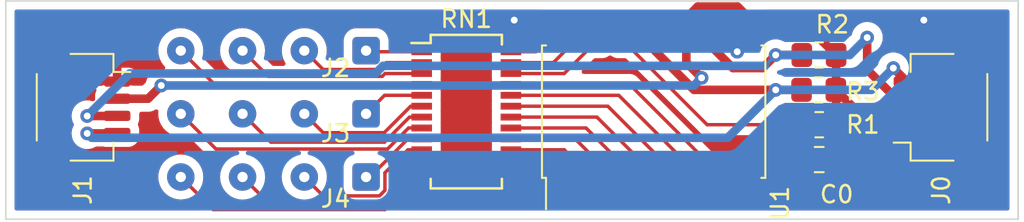
<source format=kicad_pcb>
(kicad_pcb (version 20211014) (generator pcbnew)
  (layers (0 "F.Cu" signal) (31 "B.Cu" signal) (34 "B.Paste" user) (35 "F.Paste" user) (36 "B.SilkS" user "B.Silkscreen") (37 "F.SilkS" user "F.Silkscreen") (38 "B.Mask" user) (39 "F.Mask" user) (44 "Edge.Cuts" user))
  (net 0 "")
  (net 1 "GND")
  (net 2 "+5V")
  (net 4 "Net-(J0-Pad4)")
  (net 5 "Net-(J0-Pad3)")
  (net 6 "Net-(R1-Pad1)")
  (net 7 "Net-(U1-Pad18)")
  (net 8 "Net-(U1-Pad19)")
  (net 9 "Net-(U1-Pad20)")
  (net 10 "Net-(U1-Pad1)")
  (net 11 "Net-(U1-Pad2)")
  (net 12 "Net-(U1-Pad3)")
  (net 13 "Net-(U1-Pad4)")
  (net 14 "Net-(U1-Pad5)")
  (net 15 "Net-(U1-Pad6)")
  (net 16 "Net-(U1-Pad7)")
  (net 17 "Net-(U1-Pad8)")
  (net 18 "Net-(U1-Pad9)")
  (net 19 "Net-(RN1-Pad1)")
  (net 20 "Net-(RN1-Pad2)")
  (net 21 "Net-(RN1-Pad3)")
  (net 22 "Net-(RN1-Pad4)")
  (net 23 "Net-(RN1-Pad5)")
  (net 24 "Net-(RN1-Pad6)")
  (net 25 "Net-(RN1-Pad7)")
  (net 26 "Net-(RN1-Pad8)")
  (net 27 "Net-(RN1-Pad9)")
  (net 28 "Net-(RN1-Pad10)")
  (net 29 "Net-(RN1-Pad11)")
  (net 30 "Net-(RN1-Pad12)")
  (footprint "Package_SO:SOIC-20W_7.5x12.8mm_P1.27mm" (layer "F.Cu") (at 159.766 108.966 90)
    (fp_text reference "U1" (at -5.334 7.366 90) (layer "F.SilkS"))
    (fp_text value "AT42QT2120-SU")
    (fp_line (start -3.86 -6.51) (end -3.86 -6.275) (layer "F.SilkS") (width 0.12))
    (fp_line (start -3.86 6.51) (end -3.86 6.275) (layer "F.SilkS") (width 0.12))
    (fp_line (start 3.86 6.51) (end 3.86 6.275) (layer "F.SilkS") (width 0.12))
    (fp_line (start 0 6.51) (end -3.86 6.51) (layer "F.SilkS") (width 0.12))
    (fp_line (start 0 -6.51) (end -3.86 -6.51) (layer "F.SilkS") (width 0.12))
    (fp_line (start 3.86 -6.51) (end 3.86 -6.275) (layer "F.SilkS") (width 0.12))
    (fp_line (start -3.86 -6.275) (end -5.675 -6.275) (layer "F.SilkS") (width 0.12))
    (fp_line (start 0 -6.51) (end 3.86 -6.51) (layer "F.SilkS") (width 0.12))
    (fp_line (start 0 6.51) (end 3.86 6.51) (layer "F.SilkS") (width 0.12))
    (pad "1" smd roundrect (at -4.65 -5.715 90) (size 2.05 0.6) (layers "F.Cu" "F.Paste" "F.Mask") (net 10 "Net-(U1-Pad1)"))
    (pad "2" smd roundrect (at -4.65 -4.445 90) (size 2.05 0.6) (layers "F.Cu" "F.Paste" "F.Mask") (net 11 "Net-(U1-Pad2)"))
    (pad "3" smd roundrect (at -4.65 -3.175 90) (size 2.05 0.6) (layers "F.Cu" "F.Paste" "F.Mask") (net 12 "Net-(U1-Pad3)"))
    (pad "4" smd roundrect (at -4.65 -1.905 90) (size 2.05 0.6) (layers "F.Cu" "F.Paste" "F.Mask") (net 13 "Net-(U1-Pad4)"))
    (pad "5" smd roundrect (at -4.65 -0.635 90) (size 2.05 0.6) (layers "F.Cu" "F.Paste" "F.Mask") (net 14 "Net-(U1-Pad5)"))
    (pad "6" smd roundrect (at -4.65 0.635 90) (size 2.05 0.6) (layers "F.Cu" "F.Paste" "F.Mask") (net 15 "Net-(U1-Pad6)"))
    (pad "7" smd roundrect (at -4.65 1.905 90) (size 2.05 0.6) (layers "F.Cu" "F.Paste" "F.Mask") (net 16 "Net-(U1-Pad7)"))
    (pad "8" smd roundrect (at -4.65 3.175 90) (size 2.05 0.6) (layers "F.Cu" "F.Paste" "F.Mask") (net 17 "Net-(U1-Pad8)"))
    (pad "9" smd roundrect (at -4.65 4.445 90) (size 2.05 0.6) (layers "F.Cu" "F.Paste" "F.Mask") (net 18 "Net-(U1-Pad9)"))
    (pad "10" smd roundrect (at -4.65 5.715 90) (size 2.05 0.6) (layers "F.Cu" "F.Paste" "F.Mask") (net 1 "GND"))
    (pad "11" smd roundrect (at 4.65 5.715 90) (size 2.05 0.6) (layers "F.Cu" "F.Paste" "F.Mask") (net 2 "+5V"))
    (pad "12" smd roundrect (at 4.65 4.445 90) (size 2.05 0.6) (layers "F.Cu" "F.Paste" "F.Mask") (net 1 "GND"))
    (pad "13" smd roundrect (at 4.65 3.175 90) (size 2.05 0.6) (layers "F.Cu" "F.Paste" "F.Mask") (net 5 "Net-(J0-Pad3)"))
    (pad "14" smd roundrect (at 4.65 1.905 90) (size 2.05 0.6) (layers "F.Cu" "F.Paste" "F.Mask") (net 2 "+5V"))
    (pad "15" smd roundrect (at 4.65 0.635 90) (size 2.05 0.6) (layers "F.Cu" "F.Paste" "F.Mask"))
    (pad "16" smd roundrect (at 4.65 -0.635 90) (size 2.05 0.6) (layers "F.Cu" "F.Paste" "F.Mask") (net 4 "Net-(J0-Pad4)"))
    (pad "17" smd roundrect (at 4.65 -1.905 90) (size 2.05 0.6) (layers "F.Cu" "F.Paste" "F.Mask") (net 6 "Net-(R1-Pad1)"))
    (pad "18" smd roundrect (at 4.65 -3.175 90) (size 2.05 0.6) (layers "F.Cu" "F.Paste" "F.Mask") (net 7 "Net-(U1-Pad18)"))
    (pad "19" smd roundrect (at 4.65 -4.445 90) (size 2.05 0.6) (layers "F.Cu" "F.Paste" "F.Mask") (net 8 "Net-(U1-Pad19)"))
    (pad "20" smd roundrect (at 4.65 -5.715 90) (size 2.05 0.6) (layers "F.Cu" "F.Paste" "F.Mask") (net 9 "Net-(U1-Pad20)"))
  )
  (footprint "Connector_Wire:SolderWire-0.1sqmm_1x04_P3.6mm_D0.4mm_OD1mm" (layer "F.Cu") (at 143.002 105.41 180)
    (fp_text reference "J2" (at 1.778 -1.016) (layer "F.SilkS"))
    (fp_text value "Conn_01x12")
    (pad "1" thru_hole roundrect (at 0 0 180) (size 1.6 1.6) (drill 0.6) (layers *.Cu *.Mask) (roundrect_rratio 0.15625) (net 19 "Net-(RN1-Pad1)"))
    (pad "2" thru_hole circle (at 3.6 0 180) (size 1.6 1.6) (drill 0.6) (layers *.Cu *.Mask) (net 20 "Net-(RN1-Pad2)"))
    (pad "3" thru_hole circle (at 7.2 0 180) (size 1.6 1.6) (drill 0.6) (layers *.Cu *.Mask) (net 21 "Net-(RN1-Pad3)"))
    (pad "4" thru_hole circle (at 10.8 0 180) (size 1.6 1.6) (drill 0.6) (layers *.Cu *.Mask) (net 22 "Net-(RN1-Pad4)"))
  )
  (footprint "Resistor_SMD:R_0805_2012Metric_Pad1.20x1.40mm_HandSolder" (layer "F.Cu") (at 169.386 107.696)
    (fp_text reference "R3" (at 2.572 0.097334) (layer "F.SilkS"))
    (fp_text value "1k")
    (fp_line (start -0.227064 0.735) (end 0.227064 0.735) (layer "F.SilkS") (width 0.12))
    (fp_line (start -0.227064 -0.735) (end 0.227064 -0.735) (layer "F.SilkS") (width 0.12))
    (pad "1" smd roundrect (at -1 0) (size 1.2 1.4) (layers "F.Cu" "F.Paste" "F.Mask") (roundrect_rratio 0.208333) (net 4 "Net-(J0-Pad4)"))
    (pad "2" smd roundrect (at 1 0) (size 1.2 1.4) (layers "F.Cu" "F.Paste" "F.Mask") (roundrect_rratio 0.208333) (net 2 "+5V"))
  )
  (footprint "Connector_Wire:SolderWire-0.1sqmm_1x04_P3.6mm_D0.4mm_OD1mm" (layer "F.Cu") (at 143.002 109.093 180)
    (fp_text reference "J3" (at 1.778 -1.143) (layer "F.SilkS"))
    (fp_text value "Conn_01x12")
    (pad "1" thru_hole roundrect (at 0 0 180) (size 1.6 1.6) (drill 0.6) (layers *.Cu *.Mask) (roundrect_rratio 0.15625) (net 23 "Net-(RN1-Pad5)"))
    (pad "2" thru_hole circle (at 3.6 0 180) (size 1.6 1.6) (drill 0.6) (layers *.Cu *.Mask) (net 24 "Net-(RN1-Pad6)"))
    (pad "3" thru_hole circle (at 7.2 0 180) (size 1.6 1.6) (drill 0.6) (layers *.Cu *.Mask) (net 25 "Net-(RN1-Pad7)"))
    (pad "4" thru_hole circle (at 10.8 0 180) (size 1.6 1.6) (drill 0.6) (layers *.Cu *.Mask) (net 26 "Net-(RN1-Pad8)"))
  )
  (footprint "Connector_JST:JST_SH_SM04B-SRSS-TB_1x04-1MP_P1.00mm_Horizontal" (layer "F.Cu") (at 126.492 108.712 -90)
    (fp_text reference "J1" (at 4.826 0 90) (layer "F.SilkS"))
    (fp_text value "Qwiic")
    (fp_line (start -3.11 0.715) (end -3.11 -1.785) (layer "F.SilkS") (width 0.12))
    (fp_line (start -2.06 -1.785) (end -2.06 -2.775) (layer "F.SilkS") (width 0.12))
    (fp_line (start -3.11 -1.785) (end -2.06 -1.785) (layer "F.SilkS") (width 0.12))
    (fp_line (start -1.94 2.685) (end 1.94 2.685) (layer "F.SilkS") (width 0.12))
    (fp_line (start 3.11 0.715) (end 3.11 -1.785) (layer "F.SilkS") (width 0.12))
    (fp_line (start 3.11 -1.785) (end 2.06 -1.785) (layer "F.SilkS") (width 0.12))
    (pad "1" smd roundrect (at -1.5 -2 270) (size 0.6 1.55) (layers "F.Cu" "F.Paste" "F.Mask") (net 1 "GND"))
    (pad "2" smd roundrect (at -0.5 -2 270) (size 0.6 1.55) (layers "F.Cu" "F.Paste" "F.Mask") (net 2 "+5V"))
    (pad "3" smd roundrect (at 0.5 -2 270) (size 0.6 1.55) (layers "F.Cu" "F.Paste" "F.Mask") (net 5 "Net-(J0-Pad3)"))
    (pad "4" smd roundrect (at 1.5 -2 270) (size 0.6 1.55) (layers "F.Cu" "F.Paste" "F.Mask") (net 4 "Net-(J0-Pad4)"))
    (pad "MP" smd roundrect (at 2.8 1.875 270) (size 1.2 1.8) (layers "F.Cu" "F.Paste" "F.Mask") (roundrect_rratio 0.208333))
    (pad "MP" smd roundrect (at -2.8 1.875 270) (size 1.2 1.8) (layers "F.Cu" "F.Paste" "F.Mask") (roundrect_rratio 0.208333))
  )
  (footprint "Capacitor_SMD:C_0805_2012Metric_Pad1.18x1.45mm_HandSolder" (layer "F.Cu") (at 169.416 111.76 180)
    (fp_text reference "C0" (at -1.018 -2.032) (layer "F.SilkS"))
    (fp_text value "0.1uF")
    (fp_line (start -0.261252 0.735) (end 0.261252 0.735) (layer "F.SilkS") (width 0.12))
    (fp_line (start -0.261252 -0.735) (end 0.261252 -0.735) (layer "F.SilkS") (width 0.12))
    (pad "1" smd roundrect (at -1.0375 0 180) (size 1.175 1.45) (layers "F.Cu" "F.Paste" "F.Mask") (roundrect_rratio 0.212766) (net 2 "+5V"))
    (pad "2" smd roundrect (at 1.0375 0 180) (size 1.175 1.45) (layers "F.Cu" "F.Paste" "F.Mask") (roundrect_rratio 0.212766) (net 1 "GND"))
  )
  (footprint "Connector_Wire:SolderWire-0.1sqmm_1x04_P3.6mm_D0.4mm_OD1mm" (layer "F.Cu") (at 143.002 112.776 180)
    (fp_text reference "J4" (at 1.778 -1.27) (layer "F.SilkS"))
    (fp_text value "Conn_01x12")
    (pad "1" thru_hole roundrect (at 0 0 180) (size 1.6 1.6) (drill 0.6) (layers *.Cu *.Mask) (roundrect_rratio 0.15625) (net 27 "Net-(RN1-Pad9)"))
    (pad "2" thru_hole circle (at 3.6 0 180) (size 1.6 1.6) (drill 0.6) (layers *.Cu *.Mask) (net 28 "Net-(RN1-Pad10)"))
    (pad "3" thru_hole circle (at 7.2 0 180) (size 1.6 1.6) (drill 0.6) (layers *.Cu *.Mask) (net 29 "Net-(RN1-Pad11)"))
    (pad "4" thru_hole circle (at 10.8 0 180) (size 1.6 1.6) (drill 0.6) (layers *.Cu *.Mask) (net 30 "Net-(RN1-Pad12)"))
  )
  (footprint "Connector_JST:JST_SH_SM04B-SRSS-TB_1x04-1MP_P1.00mm_Horizontal" (layer "F.Cu") (at 176.53 108.712 90)
    (fp_text reference "J0" (at -4.826 0 90) (layer "F.SilkS"))
    (fp_text value "Qwiic")
    (fp_line (start -1.94 2.685) (end 1.94 2.685) (layer "F.SilkS") (width 0.12))
    (fp_line (start -3.11 0.715) (end -3.11 -1.785) (layer "F.SilkS") (width 0.12))
    (fp_line (start 3.11 0.715) (end 3.11 -1.785) (layer "F.SilkS") (width 0.12))
    (fp_line (start -2.06 -1.785) (end -2.06 -2.775) (layer "F.SilkS") (width 0.12))
    (fp_line (start -3.11 -1.785) (end -2.06 -1.785) (layer "F.SilkS") (width 0.12))
    (fp_line (start 3.11 -1.785) (end 2.06 -1.785) (layer "F.SilkS") (width 0.12))
    (pad "1" smd roundrect (at -1.5 -2 90) (size 0.6 1.55) (layers "F.Cu" "F.Paste" "F.Mask") (net 1 "GND"))
    (pad "2" smd roundrect (at -0.5 -2 90) (size 0.6 1.55) (layers "F.Cu" "F.Paste" "F.Mask") (net 2 "+5V"))
    (pad "3" smd roundrect (at 0.5 -2 90) (size 0.6 1.55) (layers "F.Cu" "F.Paste" "F.Mask") (net 5 "Net-(J0-Pad3)"))
    (pad "4" smd roundrect (at 1.5 -2 90) (size 0.6 1.55) (layers "F.Cu" "F.Paste" "F.Mask") (net 4 "Net-(J0-Pad4)"))
    (pad "MP" smd roundrect (at 2.8 1.875 90) (size 1.2 1.8) (layers "F.Cu" "F.Paste" "F.Mask") (roundrect_rratio 0.208333))
    (pad "MP" smd roundrect (at -2.8 1.875 90) (size 1.2 1.8) (layers "F.Cu" "F.Paste" "F.Mask") (roundrect_rratio 0.208333))
  )
  (footprint "Resistor_SMD:R_0805_2012Metric_Pad1.20x1.40mm_HandSolder" (layer "F.Cu") (at 169.402 105.664)
    (fp_text reference "R2" (at 0.778 -1.778) (layer "F.SilkS"))
    (fp_text value "1k")
    (fp_line (start -0.227064 -0.735) (end 0.227064 -0.735) (layer "F.SilkS") (width 0.12))
    (fp_line (start -0.227064 0.735) (end 0.227064 0.735) (layer "F.SilkS") (width 0.12))
    (pad "1" smd roundrect (at -1 0) (size 1.2 1.4) (layers "F.Cu" "F.Paste" "F.Mask") (roundrect_rratio 0.208333) (net 5 "Net-(J0-Pad3)"))
    (pad "2" smd roundrect (at 1 0) (size 1.2 1.4) (layers "F.Cu" "F.Paste" "F.Mask") (roundrect_rratio 0.208333) (net 2 "+5V"))
  )
  (footprint "Resistor_SMD:R_0805_2012Metric_Pad1.20x1.40mm_HandSolder" (layer "F.Cu") (at 169.418 109.728)
    (fp_text reference "R1" (at 2.54 0) (layer "F.SilkS"))
    (fp_text value "47k")
    (fp_line (start -0.227064 0.735) (end 0.227064 0.735) (layer "F.SilkS") (width 0.12))
    (fp_line (start -0.227064 -0.735) (end 0.227064 -0.735) (layer "F.SilkS") (width 0.12))
    (pad "1" smd roundrect (at -1 0) (size 1.2 1.4) (layers "F.Cu" "F.Paste" "F.Mask") (roundrect_rratio 0.208333) (net 6 "Net-(R1-Pad1)"))
    (pad "2" smd roundrect (at 1 0) (size 1.2 1.4) (layers "F.Cu" "F.Paste" "F.Mask") (roundrect_rratio 0.208333) (net 2 "+5V"))
  )
  (footprint "Package_SO:SSOP-24_3.9x8.7mm_P0.635mm" (layer "F.Cu") (at 148.844 108.966)
    (fp_text reference "RN1" (at 0 -5.4) (layer "F.SilkS"))
    (fp_text value "4.7k")
    (fp_line (start -2.075 -4.475) (end -2.075 -4) (layer "F.SilkS") (width 0.15))
    (fp_line (start -2.075 4.475) (end -2.075 3.9175) (layer "F.SilkS") (width 0.15))
    (fp_line (start -2.075 4.475) (end 2.075 4.475) (layer "F.SilkS") (width 0.15))
    (fp_line (start -2.075 -4) (end -3.2 -4) (layer "F.SilkS") (width 0.15))
    (fp_line (start 2.075 -4.475) (end 2.075 -3.9175) (layer "F.SilkS") (width 0.15))
    (fp_line (start 2.075 4.475) (end 2.075 3.9175) (layer "F.SilkS") (width 0.15))
    (fp_line (start -2.075 -4.475) (end 2.075 -4.475) (layer "F.SilkS") (width 0.15))
    (pad "1" smd rect (at -2.6 -3.4925) (size 1.2 0.4) (layers "F.Cu" "F.Paste" "F.Mask") (net 19 "Net-(RN1-Pad1)"))
    (pad "2" smd rect (at -2.6 -2.8575) (size 1.2 0.4) (layers "F.Cu" "F.Paste" "F.Mask") (net 20 "Net-(RN1-Pad2)"))
    (pad "3" smd rect (at -2.6 -2.2225) (size 1.2 0.4) (layers "F.Cu" "F.Paste" "F.Mask") (net 21 "Net-(RN1-Pad3)"))
    (pad "4" smd rect (at -2.6 -1.5875) (size 1.2 0.4) (layers "F.Cu" "F.Paste" "F.Mask") (net 22 "Net-(RN1-Pad4)"))
    (pad "5" smd rect (at -2.6 -0.9525) (size 1.2 0.4) (layers "F.Cu" "F.Paste" "F.Mask") (net 23 "Net-(RN1-Pad5)"))
    (pad "6" smd rect (at -2.6 -0.3175) (size 1.2 0.4) (layers "F.Cu" "F.Paste" "F.Mask") (net 24 "Net-(RN1-Pad6)"))
    (pad "7" smd rect (at -2.6 0.3175) (size 1.2 0.4) (layers "F.Cu" "F.Paste" "F.Mask") (net 25 "Net-(RN1-Pad7)"))
    (pad "8" smd rect (at -2.6 0.9525) (size 1.2 0.4) (layers "F.Cu" "F.Paste" "F.Mask") (net 26 "Net-(RN1-Pad8)"))
    (pad "9" smd rect (at -2.6 1.5875) (size 1.2 0.4) (layers "F.Cu" "F.Paste" "F.Mask") (net 27 "Net-(RN1-Pad9)"))
    (pad "10" smd rect (at -2.6 2.2225) (size 1.2 0.4) (layers "F.Cu" "F.Paste" "F.Mask") (net 28 "Net-(RN1-Pad10)"))
    (pad "11" smd rect (at -2.6 2.8575) (size 1.2 0.4) (layers "F.Cu" "F.Paste" "F.Mask") (net 29 "Net-(RN1-Pad11)"))
    (pad "12" smd rect (at -2.6 3.4925) (size 1.2 0.4) (layers "F.Cu" "F.Paste" "F.Mask") (net 30 "Net-(RN1-Pad12)"))
    (pad "13" smd rect (at 2.6 3.4925) (size 1.2 0.4) (layers "F.Cu" "F.Paste" "F.Mask") (net 10 "Net-(U1-Pad1)"))
    (pad "14" smd rect (at 2.6 2.8575) (size 1.2 0.4) (layers "F.Cu" "F.Paste" "F.Mask") (net 11 "Net-(U1-Pad2)"))
    (pad "15" smd rect (at 2.6 2.2225) (size 1.2 0.4) (layers "F.Cu" "F.Paste" "F.Mask") (net 12 "Net-(U1-Pad3)"))
    (pad "16" smd rect (at 2.6 1.5875) (size 1.2 0.4) (layers "F.Cu" "F.Paste" "F.Mask") (net 13 "Net-(U1-Pad4)"))
    (pad "17" smd rect (at 2.6 0.9525) (size 1.2 0.4) (layers "F.Cu" "F.Paste" "F.Mask") (net 14 "Net-(U1-Pad5)"))
    (pad "18" smd rect (at 2.6 0.3175) (size 1.2 0.4) (layers "F.Cu" "F.Paste" "F.Mask") (net 15 "Net-(U1-Pad6)"))
    (pad "19" smd rect (at 2.6 -0.3175) (size 1.2 0.4) (layers "F.Cu" "F.Paste" "F.Mask") (net 16 "Net-(U1-Pad7)"))
    (pad "20" smd rect (at 2.6 -0.9525) (size 1.2 0.4) (layers "F.Cu" "F.Paste" "F.Mask") (net 17 "Net-(U1-Pad8)"))
    (pad "21" smd rect (at 2.6 -1.5875) (size 1.2 0.4) (layers "F.Cu" "F.Paste" "F.Mask") (net 18 "Net-(U1-Pad9)"))
    (pad "22" smd rect (at 2.6 -2.2225) (size 1.2 0.4) (layers "F.Cu" "F.Paste" "F.Mask") (net 7 "Net-(U1-Pad18)"))
    (pad "23" smd rect (at 2.6 -2.8575) (size 1.2 0.4) (layers "F.Cu" "F.Paste" "F.Mask") (net 8 "Net-(U1-Pad19)"))
    (pad "24" smd rect (at 2.6 -3.4925) (size 1.2 0.4) (layers "F.Cu" "F.Paste" "F.Mask") (net 9 "Net-(U1-Pad20)"))
  )
  (gr_rect (start 122 115.238) (end 181.014 102.508) (layer "Edge.Cuts") (width 0.1) (fill none))
  (segment (start 164.211 105.047128) (end 164.636372 105.4725) (width 0.254) (layer "F.Cu") (net 1))
  (via (at 164.636372 105.4725) (size 0.8) (drill 0.4) (layers "F.Cu" "B.Cu") (net 1))
  (via (at 175.514 103.632) (size 0.8) (drill 0.4) (layers "F.Cu" "B.Cu") (net 1))
  (via (at 151.638 103.632) (size 0.8) (drill 0.4) (layers "F.Cu" "B.Cu") (net 1))
  (segment (start 174.53 109.212) (end 171.902 109.212) (width 0.5) (layer "F.Cu") (net 2))
  (segment (start 165.481 104.316) (end 169.054 104.316) (width 0.5) (layer "F.Cu") (net 2))
  (segment (start 165.481 104.316) (end 165.481 103.661978) (width 0.5) (layer "F.Cu") (net 2))
  (segment (start 130.294 108.212) (end 131.064 107.442) (width 0.5) (layer "F.Cu") (net 2))
  (segment (start 169.054 104.316) (end 170.402 105.664) (width 0.5) (layer "F.Cu") (net 2))
  (segment (start 162.33452 102.84148) (end 161.671 103.505) (width 0.5) (layer "F.Cu") (net 2))
  (segment (start 161.671 106.1075) (end 161.671 104.316) (width 0.5) (layer "F.Cu") (net 2))
  (segment (start 165.481 103.661978) (end 164.660502 102.84148) (width 0.5) (layer "F.Cu") (net 2))
  (segment (start 128.492 108.212) (end 130.294 108.212) (width 0.5) (layer "F.Cu") (net 2))
  (segment (start 170.402 105.664) (end 170.402 111.7085) (width 0.5) (layer "F.Cu") (net 2))
  (segment (start 164.660502 102.84148) (end 162.33452 102.84148) (width 0.5) (layer "F.Cu") (net 2))
  (segment (start 161.671 103.505) (end 161.671 104.316) (width 0.5) (layer "F.Cu") (net 2))
  (segment (start 162.56 106.9965) (end 161.671 106.1075) (width 0.5) (layer "F.Cu") (net 2))
  (segment (start 171.902 109.212) (end 170.386 107.696) (width 0.5) (layer "F.Cu") (net 2))
  (via (at 131.064 107.442) (size 0.8) (drill 0.4) (layers "F.Cu" "B.Cu") (net 2))
  (via (at 162.56 106.9965) (size 0.8) (drill 0.4) (layers "F.Cu" "B.Cu") (net 2))
  (segment (start 162.56 106.9965) (end 162.1145 107.442) (width 0.5) (layer "B.Cu") (net 2))
  (segment (start 162.1145 107.442) (end 131.064 107.442) (width 0.5) (layer "B.Cu") (net 2))
  (segment (start 168.386 107.696) (end 166.878 107.696) (width 0.5) (layer "F.Cu") (net 4))
  (segment (start 126.746 110.236) (end 128.468 110.236) (width 0.5) (layer "F.Cu") (net 4))
  (segment (start 174.522 107.212) (end 173.736 106.426) (width 0.5) (layer "F.Cu") (net 4))
  (segment (start 166.878 107.696) (end 162.120283 107.696) (width 0.5) (layer "F.Cu") (net 4))
  (segment (start 162.120283 107.696) (end 159.131 104.706717) (width 0.5) (layer "F.Cu") (net 4))
  (via (at 166.878 107.696) (size 0.8) (drill 0.4) (layers "F.Cu" "B.Cu") (net 4))
  (via (at 126.746 110.236) (size 0.8) (drill 0.4) (layers "F.Cu" "B.Cu") (net 4))
  (via (at 173.736 106.426) (size 0.8) (drill 0.4) (layers "F.Cu" "B.Cu") (net 4))
  (segment (start 127 110.49) (end 126.746 110.236) (width 0.2) (layer "B.Cu") (net 4))
  (segment (start 164.084 110.49) (end 127 110.49) (width 0.5) (layer "B.Cu") (net 4))
  (segment (start 173.736 106.426) (end 172.466 107.696) (width 0.5) (layer "B.Cu") (net 4))
  (segment (start 172.466 107.696) (end 166.878 107.696) (width 0.5) (layer "B.Cu") (net 4))
  (segment (start 166.878 107.696) (end 164.084 110.49) (width 0.5) (layer "B.Cu") (net 4))
  (segment (start 164.388481 106.426) (end 166.116 106.426) (width 0.5) (layer "F.Cu") (net 5))
  (segment (start 172.212 106.516849) (end 173.907151 108.212) (width 0.5) (layer "F.Cu") (net 5))
  (segment (start 166.116 106.426) (end 166.878 105.664) (width 0.5) (layer "F.Cu") (net 5))
  (segment (start 173.907151 108.212) (end 174.53 108.212) (width 0.5) (layer "F.Cu") (net 5))
  (segment (start 126.746 109.22) (end 128.484 109.22) (width 0.5) (layer "F.Cu") (net 5))
  (segment (start 162.941 104.978519) (end 164.388481 106.426) (width 0.5) (layer "F.Cu") (net 5))
  (segment (start 172.212 104.648) (end 172.212 106.516849) (width 0.5) (layer "F.Cu") (net 5))
  (segment (start 162.941 104.316) (end 162.941 104.978519) (width 0.5) (layer "F.Cu") (net 5))
  (segment (start 168.402 105.664) (end 166.878 105.664) (width 0.5) (layer "F.Cu") (net 5))
  (via (at 172.212 104.648) (size 0.8) (drill 0.4) (layers "F.Cu" "B.Cu") (net 5))
  (via (at 166.878 105.664) (size 0.8) (drill 0.4) (layers "F.Cu" "B.Cu") (net 5))
  (via (at 126.746 109.22) (size 0.8) (drill 0.4) (layers "F.Cu" "B.Cu") (net 5))
  (segment (start 143.992149 106.296989) (end 143.546649 106.742489) (width 0.5) (layer "B.Cu") (net 5))
  (segment (start 129.223511 106.742489) (end 126.746 109.22) (width 0.5) (layer "B.Cu") (net 5))
  (segment (start 172.212 104.648) (end 171.196 105.664) (width 0.5) (layer "B.Cu") (net 5))
  (segment (start 171.196 105.664) (end 166.878 105.664) (width 0.5) (layer "B.Cu") (net 5))
  (segment (start 143.546649 106.742489) (end 129.223511 106.742489) (width 0.5) (layer "B.Cu") (net 5))
  (segment (start 166.878 105.664) (end 166.245011 106.296989) (width 0.2) (layer "B.Cu") (net 5))
  (segment (start 166.245011 106.296989) (end 143.992149 106.296989) (width 0.5) (layer "B.Cu") (net 5))
  (segment (start 157.861 104.706717) (end 162.882283 109.728) (width 0.2) (layer "F.Cu") (net 6))
  (segment (start 162.882283 109.728) (end 168.418 109.728) (width 0.2) (layer "F.Cu") (net 6))
  (segment (start 151.444 106.7435) (end 154.554217 106.7435) (width 0.2) (layer "F.Cu") (net 7))
  (segment (start 154.554217 106.7435) (end 156.591 104.706717) (width 0.2) (layer "F.Cu") (net 7))
  (segment (start 153.919217 106.1085) (end 155.321 104.706717) (width 0.2) (layer "F.Cu") (net 8))
  (segment (start 151.444 106.1085) (end 153.919217 106.1085) (width 0.2) (layer "F.Cu") (net 8))
  (segment (start 151.444 105.4735) (end 152.8935 105.4735) (width 0.2) (layer "F.Cu") (net 9))
  (segment (start 152.8935 105.4735) (end 154.051 104.316) (width 0.2) (layer "F.Cu") (net 9))
  (segment (start 152.8935 112.4585) (end 154.051 113.616) (width 0.2) (layer "F.Cu") (net 10))
  (segment (start 151.444 112.4585) (end 152.8935 112.4585) (width 0.2) (layer "F.Cu") (net 10))
  (segment (start 151.444 111.8235) (end 153.919217 111.8235) (width 0.2) (layer "F.Cu") (net 11))
  (segment (start 153.919217 111.8235) (end 155.321 113.225283) (width 0.2) (layer "F.Cu") (net 11))
  (segment (start 154.554217 111.1885) (end 156.591 113.225283) (width 0.2) (layer "F.Cu") (net 12))
  (segment (start 151.444 111.1885) (end 154.554217 111.1885) (width 0.2) (layer "F.Cu") (net 12))
  (segment (start 151.444 110.5535) (end 155.189217 110.5535) (width 0.2) (layer "F.Cu") (net 13))
  (segment (start 155.189217 110.5535) (end 157.861 113.225283) (width 0.2) (layer "F.Cu") (net 13))
  (segment (start 151.444 109.9185) (end 155.824217 109.9185) (width 0.2) (layer "F.Cu") (net 14))
  (segment (start 155.824217 109.9185) (end 159.131 113.225283) (width 0.2) (layer "F.Cu") (net 14))
  (segment (start 151.444 109.2835) (end 156.459217 109.2835) (width 0.2) (layer "F.Cu") (net 15))
  (segment (start 156.459217 109.2835) (end 160.401 113.225283) (width 0.2) (layer "F.Cu") (net 15))
  (segment (start 157.094217 108.6485) (end 161.671 113.225283) (width 0.2) (layer "F.Cu") (net 16))
  (segment (start 151.444 108.6485) (end 157.094217 108.6485) (width 0.2) (layer "F.Cu") (net 16))
  (segment (start 157.729217 108.0135) (end 162.941 113.225283) (width 0.2) (layer "F.Cu") (net 17))
  (segment (start 151.444 108.0135) (end 157.729217 108.0135) (width 0.2) (layer "F.Cu") (net 17))
  (segment (start 158.364217 107.3785) (end 164.211 113.225283) (width 0.2) (layer "F.Cu") (net 18))
  (segment (start 151.444 107.3785) (end 158.364217 107.3785) (width 0.2) (layer "F.Cu") (net 18))
  (segment (start 146.244 105.4735) (end 143.0655 105.4735) (width 0.2) (layer "F.Cu") (net 19))
  (segment (start 143.779618 106.50952) (end 140.50152 106.50952) (width 0.2) (layer "F.Cu") (net 20))
  (segment (start 146.244 106.1085) (end 144.180638 106.1085) (width 0.2) (layer "F.Cu") (net 20))
  (segment (start 140.50152 106.50952) (end 139.402 105.41) (width 0.2) (layer "F.Cu") (net 20))
  (segment (start 144.180638 106.1085) (end 143.779618 106.50952) (width 0.2) (layer "F.Cu") (net 20))
  (segment (start 137.301039 106.909039) (end 135.802 105.41) (width 0.2) (layer "F.Cu") (net 21))
  (segment (start 143.945105 106.909039) (end 137.301039 106.909039) (width 0.2) (layer "F.Cu") (net 21))
  (segment (start 146.244 106.7435) (end 144.110644 106.7435) (width 0.2) (layer "F.Cu") (net 21))
  (segment (start 144.110644 106.7435) (end 143.945105 106.909039) (width 0.2) (layer "F.Cu") (net 21))
  (segment (start 134.1705 107.3785) (end 132.202 105.41) (width 0.2) (layer "F.Cu") (net 22))
  (segment (start 146.244 107.3785) (end 134.1705 107.3785) (width 0.2) (layer "F.Cu") (net 22))
  (segment (start 144.0815 108.0135) (end 146.244 108.0135) (width 0.2) (layer "F.Cu") (net 23))
  (segment (start 143.002 109.093) (end 144.0815 108.0135) (width 0.2) (layer "F.Cu") (net 23))
  (segment (start 140.50152 110.19252) (end 144.06148 110.19252) (width 0.2) (layer "F.Cu") (net 24))
  (segment (start 144.06148 110.19252) (end 145.6055 108.6485) (width 0.2) (layer "F.Cu") (net 24))
  (segment (start 145.6055 108.6485) (end 146.244 108.6485) (width 0.2) (layer "F.Cu") (net 24))
  (segment (start 139.402 109.093) (end 140.50152 110.19252) (width 0.2) (layer "F.Cu") (net 24))
  (segment (start 137.453 110.744) (end 135.802 109.093) (width 0.2) (layer "F.Cu") (net 25))
  (segment (start 145.535506 109.2835) (end 144.075006 110.744) (width 0.2) (layer "F.Cu") (net 25))
  (segment (start 144.075006 110.744) (end 137.453 110.744) (width 0.2) (layer "F.Cu") (net 25))
  (segment (start 146.244 109.2835) (end 145.535506 109.2835) (width 0.2) (layer "F.Cu") (net 25))
  (segment (start 144.254959 111.143519) (end 134.252519 111.143519) (width 0.2) (layer "F.Cu") (net 26))
  (segment (start 146.244 109.9185) (end 145.479978 109.9185) (width 0.2) (layer "F.Cu") (net 26))
  (segment (start 134.252519 111.143519) (end 132.202 109.093) (width 0.2) (layer "F.Cu") (net 26))
  (segment (start 145.479978 109.9185) (end 144.254959 111.143519) (width 0.2) (layer "F.Cu") (net 26))
  (segment (start 146.244 110.5535) (end 145.444 110.5535) (width 0.2) (layer "F.Cu") (net 27))
  (segment (start 145.444 110.5535) (end 143.2215 112.776) (width 0.2) (layer "F.Cu") (net 27))
  (segment (start 144.10152 113.553618) (end 143.779618 113.87552) (width 0.2) (layer "F.Cu") (net 28))
  (segment (start 144.10152 112.53098) (end 144.10152 113.553618) (width 0.2) (layer "F.Cu") (net 28))
  (segment (start 146.244 111.1885) (end 145.444 111.1885) (width 0.2) (layer "F.Cu") (net 28))
  (segment (start 143.779618 113.87552) (end 140.50152 113.87552) (width 0.2) (layer "F.Cu") (net 28))
  (segment (start 140.50152 113.87552) (end 139.402 112.776) (width 0.2) (layer "F.Cu") (net 28))
  (segment (start 145.444 111.1885) (end 144.10152 112.53098) (width 0.2) (layer "F.Cu") (net 28))
  (segment (start 144.50104 112.76646) (end 144.50104 113.719104) (width 0.2) (layer "F.Cu") (net 29))
  (segment (start 145.444 111.8235) (end 144.50104 112.76646) (width 0.2) (layer "F.Cu") (net 29))
  (segment (start 143.945104 114.27504) (end 137.30104 114.27504) (width 0.2) (layer "F.Cu") (net 29))
  (segment (start 144.50104 113.719104) (end 143.945104 114.27504) (width 0.2) (layer "F.Cu") (net 29))
  (segment (start 137.30104 114.27504) (end 135.802 112.776) (width 0.2) (layer "F.Cu") (net 29))
  (segment (start 146.244 111.8235) (end 145.444 111.8235) (width 0.2) (layer "F.Cu") (net 29))
  (segment (start 146.244 112.54115) (end 144.110591 114.674559) (width 0.2) (layer "F.Cu") (net 30))
  (segment (start 134.100559 114.674559) (end 132.202 112.776) (width 0.2) (layer "F.Cu") (net 30))
  (segment (start 144.110591 114.674559) (end 134.100559 114.674559) (width 0.2) (layer "F.Cu") (net 30))
  (zone (net 1) (net_name "GND") (layer "F.Cu") (connect_pads (clearance 0.508)) (min_thickness 0.254) (fill yes (thermal_gap 0.508) (thermal_bridge_width 0.508))
    (polygon (pts (xy 181.102 115.062) (xy 122.174 115.062) (xy 122.174 102.616) (xy 181.102 102.616)))
  )
  (zone (net 1) (net_name "GND") (layer "B.Cu") (connect_pads (clearance 0.508)) (min_thickness 0.254) (fill yes (thermal_gap 0.508) (thermal_bridge_width 0.508))
    (polygon (pts (xy 181.102 115.062) (xy 122.174 115.062) (xy 122.174 102.616) (xy 181.102 102.616)))
  )
)
</source>
